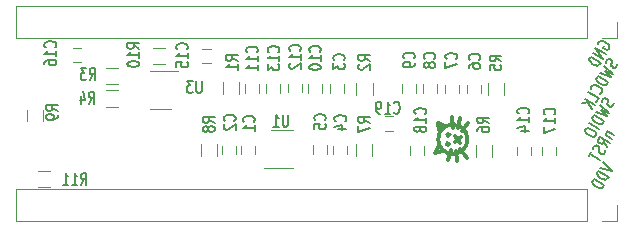
<source format=gbo>
%TF.GenerationSoftware,KiCad,Pcbnew,4.0.7*%
%TF.CreationDate,2017-11-16T18:48:10+08:00*%
%TF.ProjectId,STM32F401CCT6,53544D333246343031434354362E6B69,rev?*%
%TF.FileFunction,Legend,Bot*%
%FSLAX46Y46*%
G04 Gerber Fmt 4.6, Leading zero omitted, Abs format (unit mm)*
G04 Created by KiCad (PCBNEW 4.0.7) date 11/16/17 18:48:10*
%MOMM*%
%LPD*%
G01*
G04 APERTURE LIST*
%ADD10C,0.100000*%
%ADD11C,0.300000*%
%ADD12C,0.200000*%
%ADD13C,0.120000*%
G04 APERTURE END LIST*
D10*
D11*
X37450000Y-14530000D02*
X37180000Y-15390000D01*
D12*
X50291082Y-15564430D02*
X51023773Y-16295370D01*
X50024415Y-16026311D01*
X50757107Y-16757250D02*
X49891082Y-16257250D01*
X49795844Y-16422207D01*
X49779940Y-16544991D01*
X49824323Y-16658594D01*
X49887754Y-16739204D01*
X50033663Y-16867433D01*
X50157382Y-16938862D01*
X50341387Y-17001109D01*
X50442913Y-17015737D01*
X50563487Y-16997372D01*
X50661869Y-16922207D01*
X50757107Y-16757250D01*
X50357107Y-17450070D02*
X49491082Y-16950070D01*
X49395844Y-17115027D01*
X49379940Y-17237812D01*
X49424323Y-17351414D01*
X49487754Y-17432024D01*
X49633663Y-17560253D01*
X49757382Y-17631682D01*
X49941387Y-17693929D01*
X50042913Y-17708557D01*
X50163487Y-17690193D01*
X50261869Y-17615027D01*
X50357107Y-17450070D01*
X50654994Y-12926139D02*
X51232345Y-13259473D01*
X50737473Y-12973758D02*
X50677186Y-12982940D01*
X50597851Y-13025114D01*
X50540708Y-13124088D01*
X50543853Y-13213880D01*
X50607284Y-13294491D01*
X51060916Y-13556396D01*
X50641868Y-14282208D02*
X50362808Y-13813172D01*
X50870440Y-13886311D02*
X50004415Y-13386311D01*
X49852034Y-13650242D01*
X49855177Y-13740035D01*
X49877369Y-13796836D01*
X49940800Y-13877446D01*
X50064518Y-13948875D01*
X50166044Y-13963502D01*
X50226331Y-13954321D01*
X50305665Y-13912147D01*
X50458046Y-13648215D01*
X50448248Y-14522330D02*
X50432344Y-14645114D01*
X50337106Y-14810071D01*
X50257772Y-14852244D01*
X50197485Y-14861427D01*
X50095959Y-14846799D01*
X50013480Y-14799180D01*
X49950049Y-14718570D01*
X49927858Y-14661768D01*
X49924713Y-14571976D01*
X49959664Y-14416200D01*
X49956520Y-14326408D01*
X49934329Y-14269607D01*
X49870898Y-14188997D01*
X49788419Y-14141378D01*
X49686893Y-14126750D01*
X49626606Y-14135932D01*
X49547272Y-14178105D01*
X49452034Y-14343063D01*
X49436130Y-14465847D01*
X49280605Y-14639985D02*
X49052034Y-15035883D01*
X50032344Y-15337935D02*
X49166319Y-14837935D01*
X51180153Y-10536262D02*
X51164249Y-10659046D01*
X51069011Y-10824003D01*
X50989677Y-10866176D01*
X50929390Y-10875359D01*
X50827864Y-10860731D01*
X50745385Y-10813112D01*
X50681954Y-10732502D01*
X50659763Y-10675700D01*
X50656618Y-10585907D01*
X50691569Y-10430132D01*
X50688425Y-10340339D01*
X50666234Y-10283539D01*
X50602803Y-10202928D01*
X50520324Y-10155309D01*
X50418798Y-10140682D01*
X50358511Y-10149863D01*
X50279177Y-10192037D01*
X50183939Y-10356994D01*
X50168035Y-10479778D01*
X49993462Y-10686909D02*
X50764249Y-11351866D01*
X50069469Y-11126689D01*
X50611868Y-11615798D01*
X49650605Y-11280755D01*
X50364249Y-12044687D02*
X49498224Y-11544687D01*
X49402986Y-11709644D01*
X49387082Y-11832428D01*
X49431465Y-11946030D01*
X49494896Y-12026640D01*
X49640806Y-12154870D01*
X49764525Y-12226299D01*
X49948529Y-12288545D01*
X50050055Y-12303173D01*
X50170629Y-12284809D01*
X50269011Y-12209644D01*
X50364249Y-12044687D01*
X49964249Y-12737507D02*
X49098224Y-12237507D01*
X48831558Y-12699387D02*
X48755367Y-12831353D01*
X48758511Y-12921145D01*
X48802894Y-13034747D01*
X48948804Y-13162976D01*
X49237480Y-13329643D01*
X49421484Y-13391890D01*
X49542058Y-13373526D01*
X49621392Y-13331353D01*
X49697583Y-13199387D01*
X49694439Y-13109595D01*
X49650056Y-12995992D01*
X49504146Y-12867763D01*
X49215470Y-12701096D01*
X49031466Y-12638849D01*
X48910892Y-12657214D01*
X48831558Y-12699387D01*
X51517296Y-7220877D02*
X51501392Y-7343661D01*
X51406154Y-7508618D01*
X51326820Y-7550791D01*
X51266533Y-7559974D01*
X51165007Y-7545346D01*
X51082528Y-7497727D01*
X51019097Y-7417117D01*
X50996906Y-7360315D01*
X50993761Y-7270523D01*
X51028712Y-7114747D01*
X51025568Y-7024955D01*
X51003377Y-6968154D01*
X50939946Y-6887544D01*
X50857467Y-6839925D01*
X50755941Y-6825297D01*
X50695654Y-6834479D01*
X50616320Y-6876652D01*
X50521082Y-7041609D01*
X50505178Y-7164394D01*
X50330605Y-7371524D02*
X51101392Y-8036481D01*
X50406612Y-7811304D01*
X50949011Y-8300413D01*
X49987748Y-7965370D01*
X50701392Y-8729302D02*
X49835367Y-8229302D01*
X49740129Y-8394259D01*
X49724225Y-8517043D01*
X49768608Y-8630645D01*
X49832039Y-8711256D01*
X49977949Y-8839485D01*
X50101668Y-8910914D01*
X50285672Y-8973161D01*
X50387198Y-8987788D01*
X50507772Y-8969424D01*
X50606154Y-8894259D01*
X50701392Y-8729302D01*
X49990342Y-9770401D02*
X50050629Y-9761219D01*
X50149011Y-9686054D01*
X50187106Y-9620071D01*
X50203010Y-9497287D01*
X50158627Y-9383685D01*
X50095196Y-9303075D01*
X49949287Y-9174845D01*
X49825568Y-9103416D01*
X49641563Y-9041170D01*
X49540037Y-9026542D01*
X49419463Y-9044906D01*
X49321081Y-9120071D01*
X49282986Y-9186054D01*
X49267082Y-9308838D01*
X49289274Y-9365639D01*
X49710916Y-10444857D02*
X49901392Y-10114942D01*
X49035367Y-9614942D01*
X49577583Y-10675797D02*
X48711558Y-10175797D01*
X49349011Y-11071694D02*
X49025568Y-10489057D01*
X48482986Y-10571694D02*
X49206430Y-10461511D01*
X49873749Y-5574138D02*
X49870605Y-5484345D01*
X49927748Y-5385371D01*
X50026130Y-5310206D01*
X50146704Y-5291842D01*
X50248230Y-5306469D01*
X50432234Y-5368716D01*
X50555953Y-5440145D01*
X50701863Y-5568374D01*
X50765294Y-5648985D01*
X50809677Y-5762587D01*
X50793773Y-5885371D01*
X50755678Y-5951354D01*
X50657296Y-6026519D01*
X50597009Y-6035700D01*
X50308334Y-5869034D01*
X50384525Y-5737068D01*
X50508059Y-6380242D02*
X49642034Y-5880242D01*
X50279487Y-6776140D01*
X49413462Y-6276140D01*
X50089011Y-7106054D02*
X49222986Y-6606054D01*
X49127748Y-6771011D01*
X49111844Y-6893795D01*
X49156227Y-7007397D01*
X49219658Y-7088007D01*
X49365568Y-7216237D01*
X49489287Y-7287666D01*
X49673291Y-7349912D01*
X49774817Y-7364540D01*
X49895391Y-7346176D01*
X49993773Y-7271011D01*
X50089011Y-7106054D01*
D11*
X38302000Y-12872000D02*
X38862000Y-12242000D01*
X37972000Y-12682000D02*
X38182000Y-11782000D01*
X37592000Y-12632000D02*
X37512000Y-11732000D01*
X38162000Y-14422000D02*
X38732000Y-15182000D01*
X37792000Y-14612000D02*
X37942000Y-15442000D01*
X37722000Y-13852000D02*
X38222000Y-13442000D01*
X37782000Y-13362000D02*
X38172000Y-13882000D01*
X36052000Y-14802000D02*
X36692000Y-14622000D01*
X36362000Y-14202000D02*
X36052000Y-14782000D01*
X37290167Y-13202000D02*
G75*
G03X37290167Y-13202000I-108167J0D01*
G01*
X37245137Y-13992000D02*
G75*
G03X37245137Y-13992000I-113137J0D01*
G01*
X36412000Y-12852000D02*
X36272000Y-12212000D01*
X36882000Y-12512000D02*
X36292000Y-12232000D01*
X38796706Y-13596706D02*
G75*
G03X38796706Y-13596706I-1234706J0D01*
G01*
D13*
X39962000Y-9672000D02*
X39962000Y-8972000D01*
X38762000Y-8972000D02*
X38762000Y-9672000D01*
X562000Y-5012000D02*
X562000Y-2352000D01*
X48882000Y-5012000D02*
X562000Y-5012000D01*
X48882000Y-2352000D02*
X562000Y-2352000D01*
X48882000Y-5012000D02*
X48882000Y-2352000D01*
X50152000Y-5012000D02*
X51482000Y-5012000D01*
X51482000Y-5012000D02*
X51482000Y-3682000D01*
X562000Y-20512000D02*
X562000Y-17852000D01*
X48882000Y-20512000D02*
X562000Y-20512000D01*
X48882000Y-17852000D02*
X562000Y-17852000D01*
X48882000Y-20512000D02*
X48882000Y-17852000D01*
X50152000Y-20512000D02*
X51482000Y-20512000D01*
X51482000Y-20512000D02*
X51482000Y-19182000D01*
X2852000Y-12092000D02*
X2852000Y-11092000D01*
X1492000Y-11092000D02*
X1492000Y-12092000D01*
X8202000Y-8922000D02*
X9202000Y-8922000D01*
X9202000Y-7562000D02*
X8202000Y-7562000D01*
X8202000Y-10832000D02*
X9202000Y-10832000D01*
X9202000Y-9472000D02*
X8202000Y-9472000D01*
X13682000Y-11022000D02*
X11882000Y-11022000D01*
X11882000Y-7802000D02*
X14332000Y-7802000D01*
X12162000Y-7192000D02*
X13162000Y-7192000D01*
X13162000Y-5832000D02*
X12162000Y-5832000D01*
X19452000Y-9772000D02*
X19452000Y-8772000D01*
X18092000Y-8772000D02*
X18092000Y-9772000D01*
X24802000Y-9632000D02*
X24802000Y-8932000D01*
X23602000Y-8932000D02*
X23602000Y-9632000D01*
X22922000Y-9662000D02*
X22922000Y-8962000D01*
X21722000Y-8962000D02*
X21722000Y-9662000D01*
X26492000Y-9642000D02*
X26492000Y-8942000D01*
X25292000Y-8942000D02*
X25292000Y-9642000D01*
X21192000Y-9642000D02*
X21192000Y-8942000D01*
X19992000Y-8942000D02*
X19992000Y-9642000D01*
X28372000Y-9652000D02*
X28372000Y-8952000D01*
X27172000Y-8952000D02*
X27172000Y-9652000D01*
X29402000Y-8842000D02*
X29402000Y-9842000D01*
X30762000Y-9842000D02*
X30762000Y-8842000D01*
X33272000Y-8952000D02*
X33272000Y-9652000D01*
X34472000Y-9652000D02*
X34472000Y-8952000D01*
X35002000Y-8952000D02*
X35002000Y-9652000D01*
X36202000Y-9652000D02*
X36202000Y-8952000D01*
X38102000Y-9672000D02*
X38102000Y-8972000D01*
X36902000Y-8972000D02*
X36902000Y-9672000D01*
X41922000Y-9852000D02*
X41922000Y-8852000D01*
X40562000Y-8852000D02*
X40562000Y-9852000D01*
X44172000Y-14932000D02*
X44172000Y-14232000D01*
X42972000Y-14232000D02*
X42972000Y-14932000D01*
X40872000Y-15062000D02*
X40872000Y-14062000D01*
X39512000Y-14062000D02*
X39512000Y-15062000D01*
X30692000Y-15002000D02*
X30692000Y-14002000D01*
X29332000Y-14002000D02*
X29332000Y-15002000D01*
X27422000Y-14132000D02*
X27422000Y-14832000D01*
X28622000Y-14832000D02*
X28622000Y-14132000D01*
X25682000Y-14122000D02*
X25682000Y-14822000D01*
X26882000Y-14822000D02*
X26882000Y-14122000D01*
X22202000Y-12822000D02*
X24002000Y-12822000D01*
X24002000Y-16042000D02*
X21552000Y-16042000D01*
X19632000Y-14152000D02*
X19632000Y-14852000D01*
X20832000Y-14852000D02*
X20832000Y-14152000D01*
X19192000Y-14842000D02*
X19192000Y-14142000D01*
X17992000Y-14142000D02*
X17992000Y-14842000D01*
X17592000Y-15002000D02*
X17592000Y-14002000D01*
X16232000Y-14002000D02*
X16232000Y-15002000D01*
X16362000Y-7132000D02*
X17062000Y-7132000D01*
X17062000Y-5932000D02*
X16362000Y-5932000D01*
X6082000Y-5872000D02*
X5382000Y-5872000D01*
X5382000Y-7072000D02*
X6082000Y-7072000D01*
X46272000Y-14962000D02*
X46272000Y-14262000D01*
X45072000Y-14262000D02*
X45072000Y-14962000D01*
X33942000Y-14192000D02*
X33942000Y-14892000D01*
X35142000Y-14892000D02*
X35142000Y-14192000D01*
X31802000Y-12862000D02*
X32502000Y-12862000D01*
X32502000Y-11662000D02*
X31802000Y-11662000D01*
X3452000Y-16292000D02*
X2452000Y-16292000D01*
X2452000Y-17652000D02*
X3452000Y-17652000D01*
D12*
X39809143Y-6858667D02*
X39856762Y-6820572D01*
X39904381Y-6706286D01*
X39904381Y-6630096D01*
X39856762Y-6515810D01*
X39761524Y-6439619D01*
X39666286Y-6401524D01*
X39475810Y-6363429D01*
X39332952Y-6363429D01*
X39142476Y-6401524D01*
X39047238Y-6439619D01*
X38952000Y-6515810D01*
X38904381Y-6630096D01*
X38904381Y-6706286D01*
X38952000Y-6820572D01*
X38999619Y-6858667D01*
X38904381Y-7544381D02*
X38904381Y-7392000D01*
X38952000Y-7315810D01*
X38999619Y-7277715D01*
X39142476Y-7201524D01*
X39332952Y-7163429D01*
X39713905Y-7163429D01*
X39809143Y-7201524D01*
X39856762Y-7239619D01*
X39904381Y-7315810D01*
X39904381Y-7468191D01*
X39856762Y-7544381D01*
X39809143Y-7582477D01*
X39713905Y-7620572D01*
X39475810Y-7620572D01*
X39380571Y-7582477D01*
X39332952Y-7544381D01*
X39285333Y-7468191D01*
X39285333Y-7315810D01*
X39332952Y-7239619D01*
X39380571Y-7201524D01*
X39475810Y-7163429D01*
X4134381Y-11178667D02*
X3658190Y-10912000D01*
X4134381Y-10721524D02*
X3134381Y-10721524D01*
X3134381Y-11026286D01*
X3182000Y-11102477D01*
X3229619Y-11140572D01*
X3324857Y-11178667D01*
X3467714Y-11178667D01*
X3562952Y-11140572D01*
X3610571Y-11102477D01*
X3658190Y-11026286D01*
X3658190Y-10721524D01*
X4134381Y-11559619D02*
X4134381Y-11712000D01*
X4086762Y-11788191D01*
X4039143Y-11826286D01*
X3896286Y-11902477D01*
X3705810Y-11940572D01*
X3324857Y-11940572D01*
X3229619Y-11902477D01*
X3182000Y-11864381D01*
X3134381Y-11788191D01*
X3134381Y-11635810D01*
X3182000Y-11559619D01*
X3229619Y-11521524D01*
X3324857Y-11483429D01*
X3562952Y-11483429D01*
X3658190Y-11521524D01*
X3705810Y-11559619D01*
X3753429Y-11635810D01*
X3753429Y-11788191D01*
X3705810Y-11864381D01*
X3658190Y-11902477D01*
X3562952Y-11940572D01*
X6805333Y-8574381D02*
X7072000Y-8098190D01*
X7262476Y-8574381D02*
X7262476Y-7574381D01*
X6957714Y-7574381D01*
X6881523Y-7622000D01*
X6843428Y-7669619D01*
X6805333Y-7764857D01*
X6805333Y-7907714D01*
X6843428Y-8002952D01*
X6881523Y-8050571D01*
X6957714Y-8098190D01*
X7262476Y-8098190D01*
X6538666Y-7574381D02*
X6043428Y-7574381D01*
X6310095Y-7955333D01*
X6195809Y-7955333D01*
X6119619Y-8002952D01*
X6081523Y-8050571D01*
X6043428Y-8145810D01*
X6043428Y-8383905D01*
X6081523Y-8479143D01*
X6119619Y-8526762D01*
X6195809Y-8574381D01*
X6424381Y-8574381D01*
X6500571Y-8526762D01*
X6538666Y-8479143D01*
X6755333Y-10574381D02*
X7022000Y-10098190D01*
X7212476Y-10574381D02*
X7212476Y-9574381D01*
X6907714Y-9574381D01*
X6831523Y-9622000D01*
X6793428Y-9669619D01*
X6755333Y-9764857D01*
X6755333Y-9907714D01*
X6793428Y-10002952D01*
X6831523Y-10050571D01*
X6907714Y-10098190D01*
X7212476Y-10098190D01*
X6069619Y-9907714D02*
X6069619Y-10574381D01*
X6260095Y-9526762D02*
X6450571Y-10241048D01*
X5955333Y-10241048D01*
X16291524Y-8664381D02*
X16291524Y-9473905D01*
X16253429Y-9569143D01*
X16215333Y-9616762D01*
X16139143Y-9664381D01*
X15986762Y-9664381D01*
X15910571Y-9616762D01*
X15872476Y-9569143D01*
X15834381Y-9473905D01*
X15834381Y-8664381D01*
X15529619Y-8664381D02*
X15034381Y-8664381D01*
X15301048Y-9045333D01*
X15186762Y-9045333D01*
X15110572Y-9092952D01*
X15072476Y-9140571D01*
X15034381Y-9235810D01*
X15034381Y-9473905D01*
X15072476Y-9569143D01*
X15110572Y-9616762D01*
X15186762Y-9664381D01*
X15415334Y-9664381D01*
X15491524Y-9616762D01*
X15529619Y-9569143D01*
X11004381Y-5927714D02*
X10528190Y-5661047D01*
X11004381Y-5470571D02*
X10004381Y-5470571D01*
X10004381Y-5775333D01*
X10052000Y-5851524D01*
X10099619Y-5889619D01*
X10194857Y-5927714D01*
X10337714Y-5927714D01*
X10432952Y-5889619D01*
X10480571Y-5851524D01*
X10528190Y-5775333D01*
X10528190Y-5470571D01*
X11004381Y-6689619D02*
X11004381Y-6232476D01*
X11004381Y-6461047D02*
X10004381Y-6461047D01*
X10147238Y-6384857D01*
X10242476Y-6308666D01*
X10290095Y-6232476D01*
X10004381Y-7184857D02*
X10004381Y-7261048D01*
X10052000Y-7337238D01*
X10099619Y-7375333D01*
X10194857Y-7413429D01*
X10385333Y-7451524D01*
X10623429Y-7451524D01*
X10813905Y-7413429D01*
X10909143Y-7375333D01*
X10956762Y-7337238D01*
X11004381Y-7261048D01*
X11004381Y-7184857D01*
X10956762Y-7108667D01*
X10909143Y-7070571D01*
X10813905Y-7032476D01*
X10623429Y-6994381D01*
X10385333Y-6994381D01*
X10194857Y-7032476D01*
X10099619Y-7070571D01*
X10052000Y-7108667D01*
X10004381Y-7184857D01*
X19344381Y-6948667D02*
X18868190Y-6682000D01*
X19344381Y-6491524D02*
X18344381Y-6491524D01*
X18344381Y-6796286D01*
X18392000Y-6872477D01*
X18439619Y-6910572D01*
X18534857Y-6948667D01*
X18677714Y-6948667D01*
X18772952Y-6910572D01*
X18820571Y-6872477D01*
X18868190Y-6796286D01*
X18868190Y-6491524D01*
X19344381Y-7710572D02*
X19344381Y-7253429D01*
X19344381Y-7482000D02*
X18344381Y-7482000D01*
X18487238Y-7405810D01*
X18582476Y-7329619D01*
X18630095Y-7253429D01*
X24599143Y-6087714D02*
X24646762Y-6049619D01*
X24694381Y-5935333D01*
X24694381Y-5859143D01*
X24646762Y-5744857D01*
X24551524Y-5668666D01*
X24456286Y-5630571D01*
X24265810Y-5592476D01*
X24122952Y-5592476D01*
X23932476Y-5630571D01*
X23837238Y-5668666D01*
X23742000Y-5744857D01*
X23694381Y-5859143D01*
X23694381Y-5935333D01*
X23742000Y-6049619D01*
X23789619Y-6087714D01*
X24694381Y-6849619D02*
X24694381Y-6392476D01*
X24694381Y-6621047D02*
X23694381Y-6621047D01*
X23837238Y-6544857D01*
X23932476Y-6468666D01*
X23980095Y-6392476D01*
X23789619Y-7154381D02*
X23742000Y-7192476D01*
X23694381Y-7268667D01*
X23694381Y-7459143D01*
X23742000Y-7535333D01*
X23789619Y-7573429D01*
X23884857Y-7611524D01*
X23980095Y-7611524D01*
X24122952Y-7573429D01*
X24694381Y-7116286D01*
X24694381Y-7611524D01*
X22789143Y-6217714D02*
X22836762Y-6179619D01*
X22884381Y-6065333D01*
X22884381Y-5989143D01*
X22836762Y-5874857D01*
X22741524Y-5798666D01*
X22646286Y-5760571D01*
X22455810Y-5722476D01*
X22312952Y-5722476D01*
X22122476Y-5760571D01*
X22027238Y-5798666D01*
X21932000Y-5874857D01*
X21884381Y-5989143D01*
X21884381Y-6065333D01*
X21932000Y-6179619D01*
X21979619Y-6217714D01*
X22884381Y-6979619D02*
X22884381Y-6522476D01*
X22884381Y-6751047D02*
X21884381Y-6751047D01*
X22027238Y-6674857D01*
X22122476Y-6598666D01*
X22170095Y-6522476D01*
X21884381Y-7246286D02*
X21884381Y-7741524D01*
X22265333Y-7474857D01*
X22265333Y-7589143D01*
X22312952Y-7665333D01*
X22360571Y-7703429D01*
X22455810Y-7741524D01*
X22693905Y-7741524D01*
X22789143Y-7703429D01*
X22836762Y-7665333D01*
X22884381Y-7589143D01*
X22884381Y-7360571D01*
X22836762Y-7284381D01*
X22789143Y-7246286D01*
X26299143Y-6197714D02*
X26346762Y-6159619D01*
X26394381Y-6045333D01*
X26394381Y-5969143D01*
X26346762Y-5854857D01*
X26251524Y-5778666D01*
X26156286Y-5740571D01*
X25965810Y-5702476D01*
X25822952Y-5702476D01*
X25632476Y-5740571D01*
X25537238Y-5778666D01*
X25442000Y-5854857D01*
X25394381Y-5969143D01*
X25394381Y-6045333D01*
X25442000Y-6159619D01*
X25489619Y-6197714D01*
X26394381Y-6959619D02*
X26394381Y-6502476D01*
X26394381Y-6731047D02*
X25394381Y-6731047D01*
X25537238Y-6654857D01*
X25632476Y-6578666D01*
X25680095Y-6502476D01*
X25394381Y-7454857D02*
X25394381Y-7531048D01*
X25442000Y-7607238D01*
X25489619Y-7645333D01*
X25584857Y-7683429D01*
X25775333Y-7721524D01*
X26013429Y-7721524D01*
X26203905Y-7683429D01*
X26299143Y-7645333D01*
X26346762Y-7607238D01*
X26394381Y-7531048D01*
X26394381Y-7454857D01*
X26346762Y-7378667D01*
X26299143Y-7340571D01*
X26203905Y-7302476D01*
X26013429Y-7264381D01*
X25775333Y-7264381D01*
X25584857Y-7302476D01*
X25489619Y-7340571D01*
X25442000Y-7378667D01*
X25394381Y-7454857D01*
X20969143Y-6247714D02*
X21016762Y-6209619D01*
X21064381Y-6095333D01*
X21064381Y-6019143D01*
X21016762Y-5904857D01*
X20921524Y-5828666D01*
X20826286Y-5790571D01*
X20635810Y-5752476D01*
X20492952Y-5752476D01*
X20302476Y-5790571D01*
X20207238Y-5828666D01*
X20112000Y-5904857D01*
X20064381Y-6019143D01*
X20064381Y-6095333D01*
X20112000Y-6209619D01*
X20159619Y-6247714D01*
X21064381Y-7009619D02*
X21064381Y-6552476D01*
X21064381Y-6781047D02*
X20064381Y-6781047D01*
X20207238Y-6704857D01*
X20302476Y-6628666D01*
X20350095Y-6552476D01*
X21064381Y-7771524D02*
X21064381Y-7314381D01*
X21064381Y-7542952D02*
X20064381Y-7542952D01*
X20207238Y-7466762D01*
X20302476Y-7390571D01*
X20350095Y-7314381D01*
X28329143Y-6908667D02*
X28376762Y-6870572D01*
X28424381Y-6756286D01*
X28424381Y-6680096D01*
X28376762Y-6565810D01*
X28281524Y-6489619D01*
X28186286Y-6451524D01*
X27995810Y-6413429D01*
X27852952Y-6413429D01*
X27662476Y-6451524D01*
X27567238Y-6489619D01*
X27472000Y-6565810D01*
X27424381Y-6680096D01*
X27424381Y-6756286D01*
X27472000Y-6870572D01*
X27519619Y-6908667D01*
X27424381Y-7175334D02*
X27424381Y-7670572D01*
X27805333Y-7403905D01*
X27805333Y-7518191D01*
X27852952Y-7594381D01*
X27900571Y-7632477D01*
X27995810Y-7670572D01*
X28233905Y-7670572D01*
X28329143Y-7632477D01*
X28376762Y-7594381D01*
X28424381Y-7518191D01*
X28424381Y-7289619D01*
X28376762Y-7213429D01*
X28329143Y-7175334D01*
X30564381Y-6958667D02*
X30088190Y-6692000D01*
X30564381Y-6501524D02*
X29564381Y-6501524D01*
X29564381Y-6806286D01*
X29612000Y-6882477D01*
X29659619Y-6920572D01*
X29754857Y-6958667D01*
X29897714Y-6958667D01*
X29992952Y-6920572D01*
X30040571Y-6882477D01*
X30088190Y-6806286D01*
X30088190Y-6501524D01*
X29659619Y-7263429D02*
X29612000Y-7301524D01*
X29564381Y-7377715D01*
X29564381Y-7568191D01*
X29612000Y-7644381D01*
X29659619Y-7682477D01*
X29754857Y-7720572D01*
X29850095Y-7720572D01*
X29992952Y-7682477D01*
X30564381Y-7225334D01*
X30564381Y-7720572D01*
X34259143Y-6758667D02*
X34306762Y-6720572D01*
X34354381Y-6606286D01*
X34354381Y-6530096D01*
X34306762Y-6415810D01*
X34211524Y-6339619D01*
X34116286Y-6301524D01*
X33925810Y-6263429D01*
X33782952Y-6263429D01*
X33592476Y-6301524D01*
X33497238Y-6339619D01*
X33402000Y-6415810D01*
X33354381Y-6530096D01*
X33354381Y-6606286D01*
X33402000Y-6720572D01*
X33449619Y-6758667D01*
X34354381Y-7139619D02*
X34354381Y-7292000D01*
X34306762Y-7368191D01*
X34259143Y-7406286D01*
X34116286Y-7482477D01*
X33925810Y-7520572D01*
X33544857Y-7520572D01*
X33449619Y-7482477D01*
X33402000Y-7444381D01*
X33354381Y-7368191D01*
X33354381Y-7215810D01*
X33402000Y-7139619D01*
X33449619Y-7101524D01*
X33544857Y-7063429D01*
X33782952Y-7063429D01*
X33878190Y-7101524D01*
X33925810Y-7139619D01*
X33973429Y-7215810D01*
X33973429Y-7368191D01*
X33925810Y-7444381D01*
X33878190Y-7482477D01*
X33782952Y-7520572D01*
X35999143Y-6768667D02*
X36046762Y-6730572D01*
X36094381Y-6616286D01*
X36094381Y-6540096D01*
X36046762Y-6425810D01*
X35951524Y-6349619D01*
X35856286Y-6311524D01*
X35665810Y-6273429D01*
X35522952Y-6273429D01*
X35332476Y-6311524D01*
X35237238Y-6349619D01*
X35142000Y-6425810D01*
X35094381Y-6540096D01*
X35094381Y-6616286D01*
X35142000Y-6730572D01*
X35189619Y-6768667D01*
X35522952Y-7225810D02*
X35475333Y-7149619D01*
X35427714Y-7111524D01*
X35332476Y-7073429D01*
X35284857Y-7073429D01*
X35189619Y-7111524D01*
X35142000Y-7149619D01*
X35094381Y-7225810D01*
X35094381Y-7378191D01*
X35142000Y-7454381D01*
X35189619Y-7492477D01*
X35284857Y-7530572D01*
X35332476Y-7530572D01*
X35427714Y-7492477D01*
X35475333Y-7454381D01*
X35522952Y-7378191D01*
X35522952Y-7225810D01*
X35570571Y-7149619D01*
X35618190Y-7111524D01*
X35713429Y-7073429D01*
X35903905Y-7073429D01*
X35999143Y-7111524D01*
X36046762Y-7149619D01*
X36094381Y-7225810D01*
X36094381Y-7378191D01*
X36046762Y-7454381D01*
X35999143Y-7492477D01*
X35903905Y-7530572D01*
X35713429Y-7530572D01*
X35618190Y-7492477D01*
X35570571Y-7454381D01*
X35522952Y-7378191D01*
X37839143Y-6798667D02*
X37886762Y-6760572D01*
X37934381Y-6646286D01*
X37934381Y-6570096D01*
X37886762Y-6455810D01*
X37791524Y-6379619D01*
X37696286Y-6341524D01*
X37505810Y-6303429D01*
X37362952Y-6303429D01*
X37172476Y-6341524D01*
X37077238Y-6379619D01*
X36982000Y-6455810D01*
X36934381Y-6570096D01*
X36934381Y-6646286D01*
X36982000Y-6760572D01*
X37029619Y-6798667D01*
X36934381Y-7065334D02*
X36934381Y-7598667D01*
X37934381Y-7255810D01*
X41674381Y-6978667D02*
X41198190Y-6712000D01*
X41674381Y-6521524D02*
X40674381Y-6521524D01*
X40674381Y-6826286D01*
X40722000Y-6902477D01*
X40769619Y-6940572D01*
X40864857Y-6978667D01*
X41007714Y-6978667D01*
X41102952Y-6940572D01*
X41150571Y-6902477D01*
X41198190Y-6826286D01*
X41198190Y-6521524D01*
X40674381Y-7702477D02*
X40674381Y-7321524D01*
X41150571Y-7283429D01*
X41102952Y-7321524D01*
X41055333Y-7397715D01*
X41055333Y-7588191D01*
X41102952Y-7664381D01*
X41150571Y-7702477D01*
X41245810Y-7740572D01*
X41483905Y-7740572D01*
X41579143Y-7702477D01*
X41626762Y-7664381D01*
X41674381Y-7588191D01*
X41674381Y-7397715D01*
X41626762Y-7321524D01*
X41579143Y-7283429D01*
X43939143Y-11417714D02*
X43986762Y-11379619D01*
X44034381Y-11265333D01*
X44034381Y-11189143D01*
X43986762Y-11074857D01*
X43891524Y-10998666D01*
X43796286Y-10960571D01*
X43605810Y-10922476D01*
X43462952Y-10922476D01*
X43272476Y-10960571D01*
X43177238Y-10998666D01*
X43082000Y-11074857D01*
X43034381Y-11189143D01*
X43034381Y-11265333D01*
X43082000Y-11379619D01*
X43129619Y-11417714D01*
X44034381Y-12179619D02*
X44034381Y-11722476D01*
X44034381Y-11951047D02*
X43034381Y-11951047D01*
X43177238Y-11874857D01*
X43272476Y-11798666D01*
X43320095Y-11722476D01*
X43367714Y-12865333D02*
X44034381Y-12865333D01*
X42986762Y-12674857D02*
X43701048Y-12484381D01*
X43701048Y-12979619D01*
X40634381Y-12248667D02*
X40158190Y-11982000D01*
X40634381Y-11791524D02*
X39634381Y-11791524D01*
X39634381Y-12096286D01*
X39682000Y-12172477D01*
X39729619Y-12210572D01*
X39824857Y-12248667D01*
X39967714Y-12248667D01*
X40062952Y-12210572D01*
X40110571Y-12172477D01*
X40158190Y-12096286D01*
X40158190Y-11791524D01*
X39634381Y-12934381D02*
X39634381Y-12782000D01*
X39682000Y-12705810D01*
X39729619Y-12667715D01*
X39872476Y-12591524D01*
X40062952Y-12553429D01*
X40443905Y-12553429D01*
X40539143Y-12591524D01*
X40586762Y-12629619D01*
X40634381Y-12705810D01*
X40634381Y-12858191D01*
X40586762Y-12934381D01*
X40539143Y-12972477D01*
X40443905Y-13010572D01*
X40205810Y-13010572D01*
X40110571Y-12972477D01*
X40062952Y-12934381D01*
X40015333Y-12858191D01*
X40015333Y-12705810D01*
X40062952Y-12629619D01*
X40110571Y-12591524D01*
X40205810Y-12553429D01*
X30534381Y-12208667D02*
X30058190Y-11942000D01*
X30534381Y-11751524D02*
X29534381Y-11751524D01*
X29534381Y-12056286D01*
X29582000Y-12132477D01*
X29629619Y-12170572D01*
X29724857Y-12208667D01*
X29867714Y-12208667D01*
X29962952Y-12170572D01*
X30010571Y-12132477D01*
X30058190Y-12056286D01*
X30058190Y-11751524D01*
X29534381Y-12475334D02*
X29534381Y-13008667D01*
X30534381Y-12665810D01*
X28449143Y-12058667D02*
X28496762Y-12020572D01*
X28544381Y-11906286D01*
X28544381Y-11830096D01*
X28496762Y-11715810D01*
X28401524Y-11639619D01*
X28306286Y-11601524D01*
X28115810Y-11563429D01*
X27972952Y-11563429D01*
X27782476Y-11601524D01*
X27687238Y-11639619D01*
X27592000Y-11715810D01*
X27544381Y-11830096D01*
X27544381Y-11906286D01*
X27592000Y-12020572D01*
X27639619Y-12058667D01*
X27877714Y-12744381D02*
X28544381Y-12744381D01*
X27496762Y-12553905D02*
X28211048Y-12363429D01*
X28211048Y-12858667D01*
X26729143Y-11988667D02*
X26776762Y-11950572D01*
X26824381Y-11836286D01*
X26824381Y-11760096D01*
X26776762Y-11645810D01*
X26681524Y-11569619D01*
X26586286Y-11531524D01*
X26395810Y-11493429D01*
X26252952Y-11493429D01*
X26062476Y-11531524D01*
X25967238Y-11569619D01*
X25872000Y-11645810D01*
X25824381Y-11760096D01*
X25824381Y-11836286D01*
X25872000Y-11950572D01*
X25919619Y-11988667D01*
X25824381Y-12712477D02*
X25824381Y-12331524D01*
X26300571Y-12293429D01*
X26252952Y-12331524D01*
X26205333Y-12407715D01*
X26205333Y-12598191D01*
X26252952Y-12674381D01*
X26300571Y-12712477D01*
X26395810Y-12750572D01*
X26633905Y-12750572D01*
X26729143Y-12712477D01*
X26776762Y-12674381D01*
X26824381Y-12598191D01*
X26824381Y-12407715D01*
X26776762Y-12331524D01*
X26729143Y-12293429D01*
X23611524Y-11524381D02*
X23611524Y-12333905D01*
X23573429Y-12429143D01*
X23535333Y-12476762D01*
X23459143Y-12524381D01*
X23306762Y-12524381D01*
X23230571Y-12476762D01*
X23192476Y-12429143D01*
X23154381Y-12333905D01*
X23154381Y-11524381D01*
X22354381Y-12524381D02*
X22811524Y-12524381D01*
X22582953Y-12524381D02*
X22582953Y-11524381D01*
X22659143Y-11667238D01*
X22735334Y-11762476D01*
X22811524Y-11810095D01*
X20689143Y-12108667D02*
X20736762Y-12070572D01*
X20784381Y-11956286D01*
X20784381Y-11880096D01*
X20736762Y-11765810D01*
X20641524Y-11689619D01*
X20546286Y-11651524D01*
X20355810Y-11613429D01*
X20212952Y-11613429D01*
X20022476Y-11651524D01*
X19927238Y-11689619D01*
X19832000Y-11765810D01*
X19784381Y-11880096D01*
X19784381Y-11956286D01*
X19832000Y-12070572D01*
X19879619Y-12108667D01*
X20784381Y-12870572D02*
X20784381Y-12413429D01*
X20784381Y-12642000D02*
X19784381Y-12642000D01*
X19927238Y-12565810D01*
X20022476Y-12489619D01*
X20070095Y-12413429D01*
X19069143Y-12018667D02*
X19116762Y-11980572D01*
X19164381Y-11866286D01*
X19164381Y-11790096D01*
X19116762Y-11675810D01*
X19021524Y-11599619D01*
X18926286Y-11561524D01*
X18735810Y-11523429D01*
X18592952Y-11523429D01*
X18402476Y-11561524D01*
X18307238Y-11599619D01*
X18212000Y-11675810D01*
X18164381Y-11790096D01*
X18164381Y-11866286D01*
X18212000Y-11980572D01*
X18259619Y-12018667D01*
X18259619Y-12323429D02*
X18212000Y-12361524D01*
X18164381Y-12437715D01*
X18164381Y-12628191D01*
X18212000Y-12704381D01*
X18259619Y-12742477D01*
X18354857Y-12780572D01*
X18450095Y-12780572D01*
X18592952Y-12742477D01*
X19164381Y-12285334D01*
X19164381Y-12780572D01*
X17394381Y-12208667D02*
X16918190Y-11942000D01*
X17394381Y-11751524D02*
X16394381Y-11751524D01*
X16394381Y-12056286D01*
X16442000Y-12132477D01*
X16489619Y-12170572D01*
X16584857Y-12208667D01*
X16727714Y-12208667D01*
X16822952Y-12170572D01*
X16870571Y-12132477D01*
X16918190Y-12056286D01*
X16918190Y-11751524D01*
X16822952Y-12665810D02*
X16775333Y-12589619D01*
X16727714Y-12551524D01*
X16632476Y-12513429D01*
X16584857Y-12513429D01*
X16489619Y-12551524D01*
X16442000Y-12589619D01*
X16394381Y-12665810D01*
X16394381Y-12818191D01*
X16442000Y-12894381D01*
X16489619Y-12932477D01*
X16584857Y-12970572D01*
X16632476Y-12970572D01*
X16727714Y-12932477D01*
X16775333Y-12894381D01*
X16822952Y-12818191D01*
X16822952Y-12665810D01*
X16870571Y-12589619D01*
X16918190Y-12551524D01*
X17013429Y-12513429D01*
X17203905Y-12513429D01*
X17299143Y-12551524D01*
X17346762Y-12589619D01*
X17394381Y-12665810D01*
X17394381Y-12818191D01*
X17346762Y-12894381D01*
X17299143Y-12932477D01*
X17203905Y-12970572D01*
X17013429Y-12970572D01*
X16918190Y-12932477D01*
X16870571Y-12894381D01*
X16822952Y-12818191D01*
X15049143Y-5987714D02*
X15096762Y-5949619D01*
X15144381Y-5835333D01*
X15144381Y-5759143D01*
X15096762Y-5644857D01*
X15001524Y-5568666D01*
X14906286Y-5530571D01*
X14715810Y-5492476D01*
X14572952Y-5492476D01*
X14382476Y-5530571D01*
X14287238Y-5568666D01*
X14192000Y-5644857D01*
X14144381Y-5759143D01*
X14144381Y-5835333D01*
X14192000Y-5949619D01*
X14239619Y-5987714D01*
X15144381Y-6749619D02*
X15144381Y-6292476D01*
X15144381Y-6521047D02*
X14144381Y-6521047D01*
X14287238Y-6444857D01*
X14382476Y-6368666D01*
X14430095Y-6292476D01*
X14144381Y-7473429D02*
X14144381Y-7092476D01*
X14620571Y-7054381D01*
X14572952Y-7092476D01*
X14525333Y-7168667D01*
X14525333Y-7359143D01*
X14572952Y-7435333D01*
X14620571Y-7473429D01*
X14715810Y-7511524D01*
X14953905Y-7511524D01*
X15049143Y-7473429D01*
X15096762Y-7435333D01*
X15144381Y-7359143D01*
X15144381Y-7168667D01*
X15096762Y-7092476D01*
X15049143Y-7054381D01*
X3889143Y-5817714D02*
X3936762Y-5779619D01*
X3984381Y-5665333D01*
X3984381Y-5589143D01*
X3936762Y-5474857D01*
X3841524Y-5398666D01*
X3746286Y-5360571D01*
X3555810Y-5322476D01*
X3412952Y-5322476D01*
X3222476Y-5360571D01*
X3127238Y-5398666D01*
X3032000Y-5474857D01*
X2984381Y-5589143D01*
X2984381Y-5665333D01*
X3032000Y-5779619D01*
X3079619Y-5817714D01*
X3984381Y-6579619D02*
X3984381Y-6122476D01*
X3984381Y-6351047D02*
X2984381Y-6351047D01*
X3127238Y-6274857D01*
X3222476Y-6198666D01*
X3270095Y-6122476D01*
X2984381Y-7265333D02*
X2984381Y-7112952D01*
X3032000Y-7036762D01*
X3079619Y-6998667D01*
X3222476Y-6922476D01*
X3412952Y-6884381D01*
X3793905Y-6884381D01*
X3889143Y-6922476D01*
X3936762Y-6960571D01*
X3984381Y-7036762D01*
X3984381Y-7189143D01*
X3936762Y-7265333D01*
X3889143Y-7303429D01*
X3793905Y-7341524D01*
X3555810Y-7341524D01*
X3460571Y-7303429D01*
X3412952Y-7265333D01*
X3365333Y-7189143D01*
X3365333Y-7036762D01*
X3412952Y-6960571D01*
X3460571Y-6922476D01*
X3555810Y-6884381D01*
X46149143Y-11497714D02*
X46196762Y-11459619D01*
X46244381Y-11345333D01*
X46244381Y-11269143D01*
X46196762Y-11154857D01*
X46101524Y-11078666D01*
X46006286Y-11040571D01*
X45815810Y-11002476D01*
X45672952Y-11002476D01*
X45482476Y-11040571D01*
X45387238Y-11078666D01*
X45292000Y-11154857D01*
X45244381Y-11269143D01*
X45244381Y-11345333D01*
X45292000Y-11459619D01*
X45339619Y-11497714D01*
X46244381Y-12259619D02*
X46244381Y-11802476D01*
X46244381Y-12031047D02*
X45244381Y-12031047D01*
X45387238Y-11954857D01*
X45482476Y-11878666D01*
X45530095Y-11802476D01*
X45244381Y-12526286D02*
X45244381Y-13059619D01*
X46244381Y-12716762D01*
X35219143Y-11457714D02*
X35266762Y-11419619D01*
X35314381Y-11305333D01*
X35314381Y-11229143D01*
X35266762Y-11114857D01*
X35171524Y-11038666D01*
X35076286Y-11000571D01*
X34885810Y-10962476D01*
X34742952Y-10962476D01*
X34552476Y-11000571D01*
X34457238Y-11038666D01*
X34362000Y-11114857D01*
X34314381Y-11229143D01*
X34314381Y-11305333D01*
X34362000Y-11419619D01*
X34409619Y-11457714D01*
X35314381Y-12219619D02*
X35314381Y-11762476D01*
X35314381Y-11991047D02*
X34314381Y-11991047D01*
X34457238Y-11914857D01*
X34552476Y-11838666D01*
X34600095Y-11762476D01*
X34742952Y-12676762D02*
X34695333Y-12600571D01*
X34647714Y-12562476D01*
X34552476Y-12524381D01*
X34504857Y-12524381D01*
X34409619Y-12562476D01*
X34362000Y-12600571D01*
X34314381Y-12676762D01*
X34314381Y-12829143D01*
X34362000Y-12905333D01*
X34409619Y-12943429D01*
X34504857Y-12981524D01*
X34552476Y-12981524D01*
X34647714Y-12943429D01*
X34695333Y-12905333D01*
X34742952Y-12829143D01*
X34742952Y-12676762D01*
X34790571Y-12600571D01*
X34838190Y-12562476D01*
X34933429Y-12524381D01*
X35123905Y-12524381D01*
X35219143Y-12562476D01*
X35266762Y-12600571D01*
X35314381Y-12676762D01*
X35314381Y-12829143D01*
X35266762Y-12905333D01*
X35219143Y-12943429D01*
X35123905Y-12981524D01*
X34933429Y-12981524D01*
X34838190Y-12943429D01*
X34790571Y-12905333D01*
X34742952Y-12829143D01*
X32566286Y-11329143D02*
X32604381Y-11376762D01*
X32718667Y-11424381D01*
X32794857Y-11424381D01*
X32909143Y-11376762D01*
X32985334Y-11281524D01*
X33023429Y-11186286D01*
X33061524Y-10995810D01*
X33061524Y-10852952D01*
X33023429Y-10662476D01*
X32985334Y-10567238D01*
X32909143Y-10472000D01*
X32794857Y-10424381D01*
X32718667Y-10424381D01*
X32604381Y-10472000D01*
X32566286Y-10519619D01*
X31804381Y-11424381D02*
X32261524Y-11424381D01*
X32032953Y-11424381D02*
X32032953Y-10424381D01*
X32109143Y-10567238D01*
X32185334Y-10662476D01*
X32261524Y-10710095D01*
X31423429Y-11424381D02*
X31271048Y-11424381D01*
X31194857Y-11376762D01*
X31156762Y-11329143D01*
X31080571Y-11186286D01*
X31042476Y-10995810D01*
X31042476Y-10614857D01*
X31080571Y-10519619D01*
X31118667Y-10472000D01*
X31194857Y-10424381D01*
X31347238Y-10424381D01*
X31423429Y-10472000D01*
X31461524Y-10519619D01*
X31499619Y-10614857D01*
X31499619Y-10852952D01*
X31461524Y-10948190D01*
X31423429Y-10995810D01*
X31347238Y-11043429D01*
X31194857Y-11043429D01*
X31118667Y-10995810D01*
X31080571Y-10948190D01*
X31042476Y-10852952D01*
X6066286Y-17464381D02*
X6332953Y-16988190D01*
X6523429Y-17464381D02*
X6523429Y-16464381D01*
X6218667Y-16464381D01*
X6142476Y-16512000D01*
X6104381Y-16559619D01*
X6066286Y-16654857D01*
X6066286Y-16797714D01*
X6104381Y-16892952D01*
X6142476Y-16940571D01*
X6218667Y-16988190D01*
X6523429Y-16988190D01*
X5304381Y-17464381D02*
X5761524Y-17464381D01*
X5532953Y-17464381D02*
X5532953Y-16464381D01*
X5609143Y-16607238D01*
X5685334Y-16702476D01*
X5761524Y-16750095D01*
X4542476Y-17464381D02*
X4999619Y-17464381D01*
X4771048Y-17464381D02*
X4771048Y-16464381D01*
X4847238Y-16607238D01*
X4923429Y-16702476D01*
X4999619Y-16750095D01*
M02*

</source>
